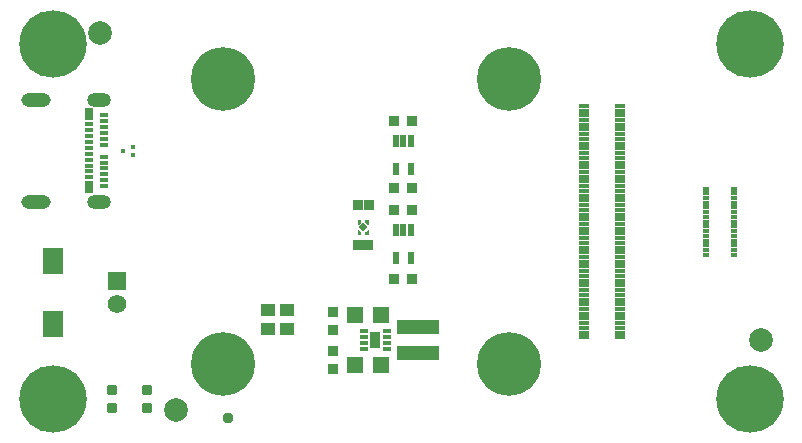
<source format=gbs>
G04*
G04 #@! TF.GenerationSoftware,Altium Limited,Altium Designer,21.2.2 (38)*
G04*
G04 Layer_Color=16711935*
%FSLAX44Y44*%
%MOMM*%
G71*
G04*
G04 #@! TF.SameCoordinates,2A6C1C92-B5F8-495A-87A3-FCD029FF8D19*
G04*
G04*
G04 #@! TF.FilePolarity,Negative*
G04*
G01*
G75*
%ADD33R,0.8232X0.8232*%
%ADD40C,0.9532*%
%ADD49R,1.2032X1.1032*%
%ADD50C,2.0000*%
%ADD51C,5.4000*%
%ADD52C,5.7032*%
%ADD53O,2.0000X1.2000*%
%ADD54O,2.5000X1.2000*%
%ADD55C,1.5712*%
%ADD56R,1.5712X1.5712*%
%ADD91R,0.1500X0.1500*%
%ADD92R,0.1500X0.1500*%
%ADD101R,0.6000X0.3200*%
%ADD102R,0.8400X1.4400*%
%ADD103R,0.6400X0.3900*%
%ADD104R,0.4000X0.4000*%
%ADD105R,0.5000X1.0000*%
%ADD106R,0.8000X0.4000*%
%ADD107R,0.8000X1.1000*%
G04:AMPARAMS|DCode=108|XSize=0.9mm|YSize=0.9mm|CornerRadius=0.25mm|HoleSize=0mm|Usage=FLASHONLY|Rotation=90.000|XOffset=0mm|YOffset=0mm|HoleType=Round|Shape=RoundedRectangle|*
%AMROUNDEDRECTD108*
21,1,0.9000,0.4000,0,0,90.0*
21,1,0.4000,0.9000,0,0,90.0*
1,1,0.5000,0.2000,0.2000*
1,1,0.5000,0.2000,-0.2000*
1,1,0.5000,-0.2000,-0.2000*
1,1,0.5000,-0.2000,0.2000*
%
%ADD108ROUNDEDRECTD108*%
%ADD109R,1.7032X2.2032*%
%ADD110P,0.8202X4X270.0*%
%ADD111R,0.9532X0.4232*%
%ADD112R,3.6032X1.2032*%
%ADD113R,0.9632X0.9032*%
%ADD114R,0.9032X0.9632*%
%ADD115R,1.3462X1.4732*%
G36*
X289036Y173100D02*
X289108Y173078D01*
X289130Y173072D01*
X289217Y173025D01*
X289293Y172963D01*
X289293Y172963D01*
X291093Y171163D01*
X291093Y171163D01*
X291124Y171125D01*
X291156Y171087D01*
X291202Y171000D01*
X291209Y170978D01*
X291231Y170906D01*
X291235Y170857D01*
X291240Y170808D01*
X291240Y170807D01*
Y169008D01*
X291231Y168910D01*
X291202Y168815D01*
X291156Y168729D01*
X291093Y168652D01*
X291017Y168590D01*
X290930Y168543D01*
X290836Y168515D01*
X290738Y168505D01*
X288638D01*
X288540Y168515D01*
X288445Y168543D01*
X288359Y168590D01*
X288283Y168652D01*
X288220Y168729D01*
X288174Y168815D01*
X288145Y168910D01*
X288135Y169008D01*
Y172608D01*
X288145Y172706D01*
X288174Y172800D01*
X288220Y172887D01*
X288283Y172963D01*
X288359Y173025D01*
X288445Y173072D01*
X288540Y173100D01*
X288638Y173110D01*
X288938D01*
X289036Y173100D01*
D02*
G37*
G36*
X297336D02*
X297430Y173072D01*
X297517Y173025D01*
X297593Y172963D01*
X297656Y172887D01*
X297702Y172800D01*
X297731Y172706D01*
X297740Y172608D01*
Y169008D01*
X297731Y168910D01*
X297702Y168815D01*
X297656Y168729D01*
X297593Y168652D01*
X297517Y168590D01*
X297430Y168543D01*
X297336Y168515D01*
X297238Y168505D01*
X295138D01*
X295040Y168515D01*
X294946Y168543D01*
X294859Y168590D01*
X294783Y168652D01*
X294720Y168729D01*
X294674Y168815D01*
X294645Y168910D01*
X294635Y169008D01*
Y170807D01*
X294635Y170808D01*
X294640Y170857D01*
X294645Y170906D01*
X294667Y170978D01*
X294674Y171000D01*
X294720Y171087D01*
X294751Y171125D01*
X294783Y171163D01*
X294783Y171163D01*
X296583Y172963D01*
X296583Y172963D01*
X296659Y173025D01*
X296746Y173072D01*
X296768Y173078D01*
X296840Y173100D01*
X296938Y173110D01*
X297238D01*
X297336Y173100D01*
D02*
G37*
G36*
X290836Y181700D02*
X290930Y181672D01*
X291017Y181625D01*
X291093Y181563D01*
X291155Y181487D01*
X291202Y181400D01*
X291231Y181306D01*
X291240Y181208D01*
Y179408D01*
X291240Y179408D01*
X291235Y179359D01*
X291231Y179310D01*
X291209Y179237D01*
X291202Y179215D01*
X291156Y179128D01*
X291093Y179052D01*
X289293Y177253D01*
X289293Y177252D01*
X289259Y177224D01*
X289217Y177190D01*
X289130Y177143D01*
X289036Y177115D01*
X289027Y177114D01*
X288938Y177105D01*
X288937Y177105D01*
X288638D01*
X288540Y177115D01*
X288445Y177143D01*
X288359Y177190D01*
X288283Y177252D01*
X288220Y177328D01*
X288174Y177415D01*
X288145Y177510D01*
X288135Y177608D01*
Y181208D01*
X288145Y181306D01*
X288174Y181400D01*
X288220Y181487D01*
X288283Y181563D01*
X288359Y181625D01*
X288445Y181672D01*
X288540Y181700D01*
X288638Y181710D01*
X290738D01*
X290836Y181700D01*
D02*
G37*
G36*
X297336D02*
X297430Y181672D01*
X297517Y181625D01*
X297593Y181563D01*
X297656Y181487D01*
X297702Y181400D01*
X297731Y181306D01*
X297740Y181208D01*
Y177608D01*
X297731Y177510D01*
X297702Y177415D01*
X297656Y177328D01*
X297593Y177252D01*
X297517Y177190D01*
X297430Y177143D01*
X297336Y177115D01*
X297238Y177105D01*
X296938D01*
X296938Y177105D01*
X296849Y177114D01*
X296840Y177115D01*
X296746Y177143D01*
X296659Y177190D01*
X296617Y177224D01*
X296583Y177252D01*
X296582Y177253D01*
X294783Y179052D01*
X294720Y179128D01*
X294674Y179215D01*
X294667Y179237D01*
X294645Y179310D01*
X294640Y179359D01*
X294635Y179408D01*
X294635Y179408D01*
Y181208D01*
X294645Y181306D01*
X294674Y181400D01*
X294720Y181487D01*
X294783Y181563D01*
X294859Y181625D01*
X294946Y181672D01*
X295040Y181700D01*
X295138Y181710D01*
X297238D01*
X297336Y181700D01*
D02*
G37*
D33*
X288438Y194008D02*
D03*
X297438D02*
D03*
X297200Y159889D02*
D03*
X288200D02*
D03*
D40*
X177979Y13655D02*
D03*
D49*
X228632Y88905D02*
D03*
Y104905D02*
D03*
X212504Y89249D02*
D03*
Y105249D02*
D03*
D50*
X70000Y340000D02*
D03*
X630000Y80000D02*
D03*
X134673Y20427D02*
D03*
D51*
X416000Y301125D02*
D03*
X174000D02*
D03*
Y59125D02*
D03*
X416000D02*
D03*
D52*
X620000Y30000D02*
D03*
X30000D02*
D03*
Y330000D02*
D03*
X620000D02*
D03*
D53*
X69538Y196800D02*
D03*
Y283200D02*
D03*
D54*
X15938Y196800D02*
D03*
Y283200D02*
D03*
D55*
X84500Y110000D02*
D03*
D56*
Y130000D02*
D03*
D91*
X289638Y170008D02*
D03*
D92*
X296238D02*
D03*
X289638Y180208D02*
D03*
X296238D02*
D03*
D101*
X607000Y188000D02*
D03*
Y192000D02*
D03*
X583000Y208000D02*
D03*
Y204000D02*
D03*
Y200000D02*
D03*
Y196000D02*
D03*
Y192000D02*
D03*
Y188000D02*
D03*
Y184000D02*
D03*
Y180000D02*
D03*
Y176000D02*
D03*
Y172000D02*
D03*
Y168000D02*
D03*
Y164000D02*
D03*
Y160000D02*
D03*
Y156000D02*
D03*
Y152000D02*
D03*
X607000D02*
D03*
Y156000D02*
D03*
Y160000D02*
D03*
Y164000D02*
D03*
Y168000D02*
D03*
Y172000D02*
D03*
Y176000D02*
D03*
Y180000D02*
D03*
Y184000D02*
D03*
Y196000D02*
D03*
Y200000D02*
D03*
Y204000D02*
D03*
Y208000D02*
D03*
D102*
X303064Y79800D02*
D03*
D103*
X312564Y87300D02*
D03*
Y82300D02*
D03*
Y77300D02*
D03*
Y72300D02*
D03*
X293564Y87300D02*
D03*
Y82300D02*
D03*
Y77300D02*
D03*
Y72300D02*
D03*
D104*
X98137Y243511D02*
D03*
Y236511D02*
D03*
X89637Y240011D02*
D03*
D105*
X326914Y248616D02*
D03*
X320414D02*
D03*
Y224616D02*
D03*
X333414Y248616D02*
D03*
Y224616D02*
D03*
X333414Y148819D02*
D03*
Y172819D02*
D03*
X320414Y148819D02*
D03*
Y172819D02*
D03*
X326914D02*
D03*
D106*
X73639Y260000D02*
D03*
Y265000D02*
D03*
Y210000D02*
D03*
Y225000D02*
D03*
Y230000D02*
D03*
Y235000D02*
D03*
Y245000D02*
D03*
Y250000D02*
D03*
Y255000D02*
D03*
Y270000D02*
D03*
X60639Y252500D02*
D03*
Y247500D02*
D03*
Y232500D02*
D03*
Y227500D02*
D03*
X73639Y220000D02*
D03*
Y215000D02*
D03*
X60639Y262500D02*
D03*
Y257500D02*
D03*
Y242500D02*
D03*
Y237500D02*
D03*
Y222500D02*
D03*
Y217500D02*
D03*
D107*
Y271000D02*
D03*
Y209000D02*
D03*
D108*
X80000Y37500D02*
D03*
Y22500D02*
D03*
X110000Y37500D02*
D03*
Y22500D02*
D03*
D109*
X30000Y147000D02*
D03*
Y93000D02*
D03*
D110*
X292938Y175108D02*
D03*
D111*
X510650Y102000D02*
D03*
Y98000D02*
D03*
Y90000D02*
D03*
Y86000D02*
D03*
Y138000D02*
D03*
Y134000D02*
D03*
X479350Y126000D02*
D03*
Y122000D02*
D03*
Y102000D02*
D03*
Y98000D02*
D03*
X510650Y262000D02*
D03*
Y258000D02*
D03*
Y274000D02*
D03*
Y270000D02*
D03*
Y250000D02*
D03*
Y246000D02*
D03*
X479350Y250000D02*
D03*
Y246000D02*
D03*
Y262000D02*
D03*
Y258000D02*
D03*
Y274000D02*
D03*
Y270000D02*
D03*
Y278000D02*
D03*
Y266000D02*
D03*
Y254000D02*
D03*
Y242000D02*
D03*
Y238000D02*
D03*
Y234000D02*
D03*
Y230000D02*
D03*
Y226000D02*
D03*
Y222000D02*
D03*
Y218000D02*
D03*
Y214000D02*
D03*
Y210000D02*
D03*
Y206000D02*
D03*
Y202000D02*
D03*
Y198000D02*
D03*
Y194000D02*
D03*
Y190000D02*
D03*
Y186000D02*
D03*
Y182000D02*
D03*
Y178000D02*
D03*
Y174000D02*
D03*
Y170000D02*
D03*
Y166000D02*
D03*
Y162000D02*
D03*
Y158000D02*
D03*
Y154000D02*
D03*
Y150000D02*
D03*
Y146000D02*
D03*
Y142000D02*
D03*
Y138000D02*
D03*
Y134000D02*
D03*
Y130000D02*
D03*
Y118000D02*
D03*
Y106000D02*
D03*
Y94000D02*
D03*
Y90000D02*
D03*
Y86000D02*
D03*
Y82000D02*
D03*
X510650Y278000D02*
D03*
Y266000D02*
D03*
Y254000D02*
D03*
Y242000D02*
D03*
Y238000D02*
D03*
Y234000D02*
D03*
Y230000D02*
D03*
Y226000D02*
D03*
Y222000D02*
D03*
Y218000D02*
D03*
Y214000D02*
D03*
Y210000D02*
D03*
Y206000D02*
D03*
Y202000D02*
D03*
Y198000D02*
D03*
Y194000D02*
D03*
Y190000D02*
D03*
Y186000D02*
D03*
Y182000D02*
D03*
Y178000D02*
D03*
Y174000D02*
D03*
Y170000D02*
D03*
Y166000D02*
D03*
Y162000D02*
D03*
Y158000D02*
D03*
Y154000D02*
D03*
Y150000D02*
D03*
Y146000D02*
D03*
Y142000D02*
D03*
Y130000D02*
D03*
Y118000D02*
D03*
Y106000D02*
D03*
Y94000D02*
D03*
Y82000D02*
D03*
Y126000D02*
D03*
Y122000D02*
D03*
Y114000D02*
D03*
Y110000D02*
D03*
X479350D02*
D03*
Y114000D02*
D03*
D112*
X339337Y68450D02*
D03*
Y90450D02*
D03*
D113*
X267387Y88281D02*
D03*
Y103521D02*
D03*
X267387Y70493D02*
D03*
Y55253D02*
D03*
D114*
X319294Y189758D02*
D03*
X334534D02*
D03*
X334534Y131560D02*
D03*
X319294D02*
D03*
X334534Y264808D02*
D03*
X319294D02*
D03*
X334534Y208619D02*
D03*
X319294D02*
D03*
D115*
X307911Y100912D02*
D03*
X285911D02*
D03*
X307911Y58412D02*
D03*
X285911D02*
D03*
M02*

</source>
